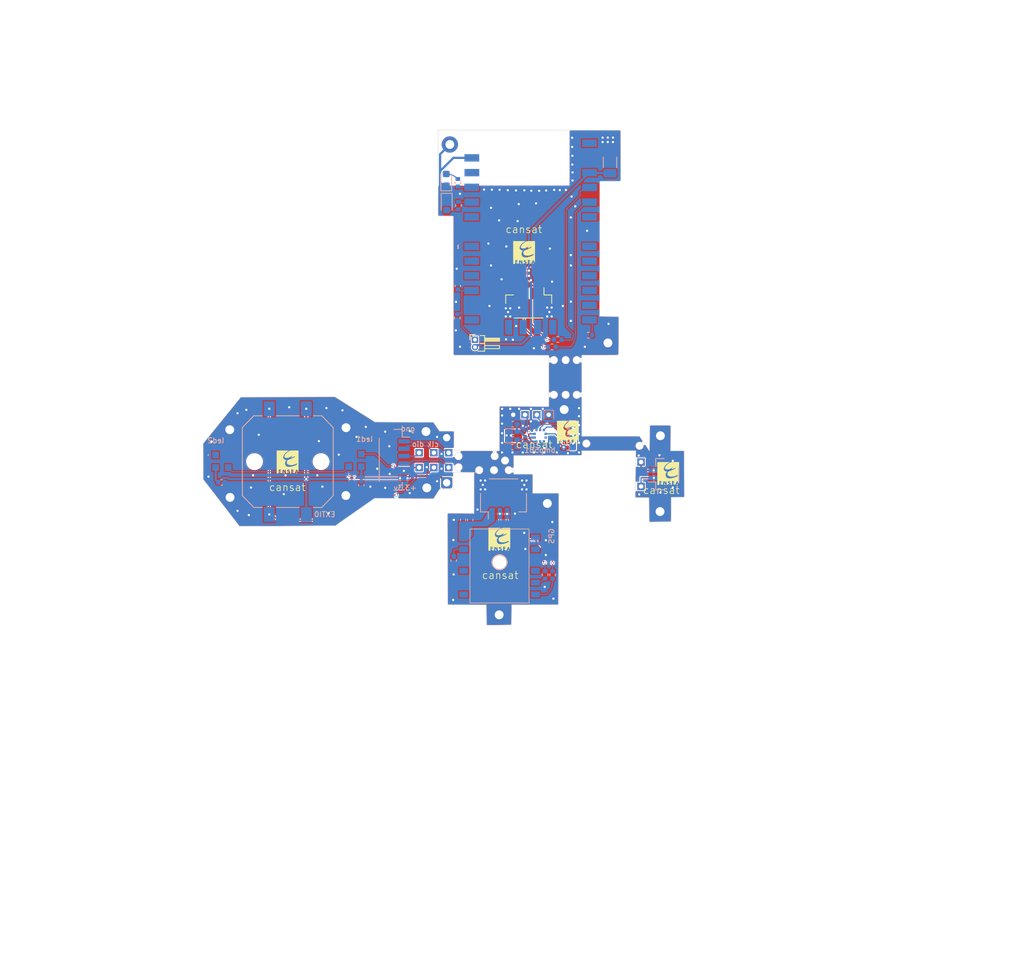
<source format=kicad_pcb>
(kicad_pcb (version 20241229) (generator "pcbnew") (generator_version "9.0")
  (layers (0 "F.Cu" signal) (2 "B.Cu" signal) (13 "F.Paste" user) (15 "B.Paste" user) (5 "F.SilkS" user "F.Silkscreen") (7 "B.SilkS" user "B.Silkscreen") (1 "F.Mask" user) (3 "B.Mask" user) (25 "Edge.Cuts" user))
  (net 0 "")
  (net 1 "GND")
  (net 2 "Net-(PA1010D1-VBACKUP)")
  (net 3 "+3.3V")
  (net 4 "Net-(Tarvos1-MODE_1)")
  (net 5 "Net-(D1-A)")
  (net 6 "Net-(D2-A)")
  (net 7 "swo")
  (net 8 "exti3{slash}pwmled")
  (net 9 "nrst")
  (net 10 "EXTI0")
  (net 11 "swdio")
  (net 12 "exti1")
  (net 13 "swclk")
  (net 14 "Net-(LED1-DOUT)")
  (net 20 "Net-(PA1010D1-TX)")
  (net 21 "Net-(PA1010D1-RX)")
  (net 23 "TX")
  (net 24 "Net-(Tarvos1-UTXD)")
  (net 25 "Net-(Tarvos1-URXD)")
  (net 26 "RX")
  (net 27 "Net-(Tarvos1-BOOT)")
  (net 28 "Net-(Tarvos1-TX_IND)")
  (net 29 "Net-(Tarvos1-RX_IND)")
  (net 30 "RX_GPS")
  (net 31 "TX_GPS")
  (net 49 "Net-(U3-VDD)")
  (net 50 "Net-(U3-VDDIO)")
  (net 51 "Net-(U3-CSB)")
  (net 52 "Net-(U3-SDO)")
  (net 53 "I2C1_SDA")
  (net 54 "I2C1_SCL")
  (footprint "" (layer "F.Cu") (at 121.81 116.59)
    (property "Reference" "")
    (property "Value" "")
  )
  (footprint "custom_testpoint:1.5mm" (layer "F.Cu") (at 124.5 109.8)
    (property "Reference" "REF**" (hide yes))
    (property "Value" "1.5mm" (hide yes))
  )
  (footprint "custom_testpoint:1mm" (layer "F.Cu") (at 124.77 111.84)
    (property "Reference" "REF**3" (hide yes))
    (property "Value" "1mm" (hide yes))
  )
  (footprint "" (layer "F.Cu") (at 95.15 108.72)
    (property "Reference" "")
    (property "Value" "")
  )
  (footprint "logoensea:logo ensea" (layer "F.Cu") (at 131.65 123.5)
    (property "Reference" "G***" (hide yes))
    (property "Value" "LOGO" (hide yes))
  )
  (footprint "custom_testpoint:1mm" (layer "F.Cu") (at 122.77 113.84)
    (property "Reference" "REF**5" (hide yes))
    (property "Value" "1mm" (hide yes))
  )
  (footprint "logoensea:logo ensea" (layer "F.Cu") (at 154.5 114.6)
    (property "Reference" "G***" (hide yes))
    (property "Value" "LOGO" (hide yes))
  )
  (footprint "Connector_JST:JST_SH_BM04B-SRSS-TB_1x04-1MP_P1.00mm_Vertical" (layer "F.Cu") (at 135.6 91.6 180)
    (property "Reference" "J1" (hide yes))
    (property "Value" "Conn_01x04_Socket" (hide yes))
  )
  (footprint "" (layer "F.Cu") (at 135.1 106.7)
    (property "Reference" "")
    (property "Value" "")
  )
  (footprint "" (layer "F.Cu") (at 110.86 117.63)
    (property "Reference" "")
    (property "Value" "")
  )
  (footprint "" (layer "F.Cu") (at 150.8 116.4)
    (property "Reference" "")
    (property "Value" "")
  )
  (footprint "" (layer "F.Cu") (at 121.7 108.97)
    (property "Reference" "")
    (property "Value" "")
  )
  (footprint "" (layer "F.Cu") (at 153.37 119.8 -90)
    (property "Reference" "")
    (property "Value" "")
  )
  (footprint "" (layer "F.Cu") (at 150.8 113.1)
    (property "Reference" "")
    (property "Value" "")
  )
  (footprint "custom hole:mountinghole1.2mm" (layer "F.Cu") (at 124.93 70.128848 -90)
    (property "Reference" "REF**" (hide yes))
    (property "Value" "mountinghole1.2mm" (hide yes))
  )
  (footprint "" (layer "F.Cu") (at 138.1218 118.7018)
    (property "Reference" "")
    (property "Value" "")
  )
  (footprint "" (layer "F.Cu") (at 146.32 96.978848 -90)
    (property "Reference" "")
    (property "Value" "")
  )
  (footprint "logoensea:logo ensea" (layer "F.Cu") (at 140.93 109.02)
    (property "Reference" "G***" (hide yes))
    (property "Value" "LOGO" (hide yes))
  )
  (footprint "logoensea:logo ensea" (layer "F.Cu") (at 103 113.04)
    (property "Reference" "G***" (hide yes))
    (property "Value" "LOGO" (hide yes))
  )
  (footprint "" (layer "F.Cu") (at 110.88 108.45)
    (property "Reference" "")
    (property "Value" "")
  )
  (footprint "logoensea:logo ensea" (layer "F.Cu") (at 135 84.7)
    (property "Reference" "G***" (hide yes))
    (property "Value" "LOGO" (hide yes))
  )
  (footprint "" (layer "F.Cu") (at 133.5 106.7)
    (property "Reference" "")
    (property "Value" "")
  )
  (footprint "" (layer "F.Cu") (at 140.4 106)
    (property "Reference" "")
    (property "Value" "")
  )
  (footprint "" (layer "F.Cu") (at 153.42 109.54 -90)
    (property "Reference" "")
    (property "Value" "")
  )
  (footprint "" (layer "F.Cu") (at 95.19 117.88)
    (property "Reference" "")
    (property "Value" "")
  )
  (footprint "custom_testpoint:1mm" (layer "F.Cu") (at 120.77 111.84)
    (property "Reference" "REF**1" (hide yes))
    (property "Value" "1mm" (hide yes))
  )
  (footprint "Connector_PinHeader_1.00mm:PinHeader_1x02_P1.00mm_Horizontal" (layer "F.Cu") (at 128.33 96.548848)
    (property "Reference" "SW1" (hide yes))
    (property "Value" "SW_Push" (hide yes))
  )
  (footprint "" (layer "F.Cu") (at 131.6018 133.7718)
    (property "Reference" "")
    (property "Value" "")
  )
  (footprint "custom_testpoint:1mm" (layer "F.Cu") (at 120.77 113.84)
    (property "Reference" "REF**4" (hide yes))
    (property "Value" "1mm" (hide yes))
  )
  (footprint "custom_testpoint:1mm" (layer "F.Cu") (at 124.77 113.84)
    (property "Reference" "REF**" (hide yes))
    (property "Value" "1mm" (hide yes))
  )
  (footprint "" (layer "F.Cu") (at 138.3 106.7)
    (property "Reference" "")
    (property "Value" "")
  )
  (footprint "" (layer "F.Cu") (at 136.7 106.7)
    (property "Reference" "")
    (property "Value" "")
  )
  (footprint "custom_testpoint:1mm" (layer "F.Cu") (at 122.77 111.84)
    (property "Reference" "REF**2" (hide yes))
    (property "Value" "1mm" (hide yes))
  )
  (footprint "custom_testpoint:1.5mm" (layer "F.Cu") (at 124.5 115.9)
    (property "Reference" "REF**" (hide yes))
    (property "Value" "1.5mm" (hide yes))
  )
  (footprint "Resistor_SMD:R_0402_1005Metric_Pad0.72x0.64mm_HandSolder" (layer "B.Cu") (at 140.93 109.02)
    (property "Reference" "R25" (hide yes))
    (property "Value" "10k" (hide yes))
  )
  (footprint "Resistor_SMD:R_0402_1005Metric" (layer "B.Cu") (at 137.81 128.36 -90)
    (property "Reference" "R8" (hide yes))
    (property "Value" "470r" (hide yes))
  )
  (footprint "Capacitor_SMD:C_0402_1005Metric" (layer "B.Cu") (at 127.69 120.94 90)
    (property "Reference" "C4" (hide yes))
    (property "Value" "1u" (hide yes))
  )
  (footprint "Capacitor_SMD:C_0402_1005Metric_Pad0.74x0.62mm_HandSolder" (layer "B.Cu") (at 125.45 126.43 -90)
    (property "Reference" "C5" (hide yes))
    (property "Value" "1u" (hide yes))
  )
  (footprint "Resistor_SMD:R_0402_1005Metric" (layer "B.Cu") (at 126.09 78.388848 -90)
    (property "Reference" "R5" (hide yes))
    (property "Value" "220" (hide yes))
  )
  (footprint "pa1010d:PA1010D" (layer "B.Cu") (at 136.65 132.16 180)
    (property "Reference" "PA1010D1" (hide yes))
    (property "Value" "~" (hide yes))
  )
  (footprint "Connector_JST:JST_SH_BM02B-SRSS-TB_1x02-1MP_P1.00mm_Vertical" (layer "B.Cu") (at 153.895 114.74 90)
    (property "Reference" "U2" (hide yes))
    (property "Value" "~" (hide yes))
  )
  (footprint "Resistor_SMD:R_0402_1005Metric_Pad0.72x0.64mm_HandSolder" (layer "B.Cu") (at 133.4125 110.05)
    (property "Reference" "R14" (hide yes))
    (property "Value" "10R" (hide yes))
  )
  (footprint "Capacitor_SMD:C_0402_1005Metric_Pad0.74x0.62mm_HandSolder" (layer "B.Cu") (at 133.4425 107.98 180)
    (property "Reference" "C31" (hide yes))
    (property "Value" "100n" (hide yes))
  )
  (footprint "Capacitor_SMD:C_1206_3216Metric" (layer "B.Cu") (at 146.6 72.545 90)
    (property "Reference" "C1" (hide yes))
    (property "Value" "100u" (hide yes))
  )
  (footprint "Resistor_SMD:R_0402_1005Metric_Pad0.72x0.64mm_HandSolder" (layer "B.Cu") (at 133.4225 108.99)
    (property "Reference" "R13" (hide yes))
    (property "Value" "10R" (hide yes))
  )
  (footprint "Resistor_SMD:R_0402_1005Metric" (layer "B.Cu") (at 138.74 97.518848)
    (property "Reference" "R2" (hide yes))
    (property "Value" "1k" (hide yes))
  )
  (footprint "Capacitor_SMD:C_0402_1005Metric" (layer "B.Cu") (at 94.06 115.86)
    (property "Reference" "C7" (hide yes))
    (property "Value" "100n" (hide yes))
  )
  (footprint "Connector_JST:JST_SH_BM06B-SRSS-TB_1x06-1MP_P1.00mm_Vertical" (layer "B.Cu") (at 117.385 112.79 -90)
    (property "Reference" "U1" (hide yes))
    (property "Value" "~" (hide yes))
  )
  (footprint "Resistor_SMD:R_0402_1005Metric" (layer "B.Cu") (at 138.83 128.37 -90)
    (property "Reference" "R7" (hide yes))
    (property "Value" "470R" (hide yes))
  )
  (footprint "Resistor_SMD:R_0402_1005Metric_Pad0.72x0.64mm_HandSolder" (layer "B.Cu") (at 140.93 107.99)
    (property "Reference" "R26" (hide yes))
    (property "Value" "2.2k" (hide yes))
  )
  (footprint "bmp581:BMP581" (layer "B.Cu") (at 137.15 109.535)
    (property "Reference" "U3" (hide yes))
    (property "Value" "BMP581" (hide yes))
  )
  (footprint "Resistor_SMD:R_0402_1005Metric_Pad0.72x0.64mm_HandSolder" (layer "B.Cu") (at 140.93 111.1 180)
    (property "Reference" "R27" (hide yes))
    (property "Value" "2.2k" (hide yes))
  )
  (footprint "LED_SMD:LED_0603_1608Metric" (layer "B.Cu") (at 124.5 78.221348 -90)
    (property "Reference" "D2" (hide yes))
    (property "Value" "LED_Small" (hide yes))
  )
  (footprint "Resistor_SMD:R_0402_1005Metric_Pad0.72x0.64mm_HandSolder" (layer "B.Cu") (at 140.93 110.05 180)
    (property "Reference" "R23" (hide yes))
    (property "Value" "10k" (hide yes))
  )
  (footprint "Button_Switch_SMD:SW_Push_1P1T_NO_CK_PTS125Sx43PSMTR" (layer "B.Cu") (at 103 113.04 90)
    (property "Reference" "SW2" (hide yes))
    (property "Value" "SW_Push" (hide yes))
  )
  (footprint "Capacitor_SMD:C_0402_1005Metric_Pad0.74x0.62mm_HandSolder" (layer "B.Cu") (at 133.3925 111.08 180)
    (property "Reference" "C23" (hide yes))
    (property "Value" "100n" (hide yes))
  )
  (footprint "led adressable:5871024147F" (layer "B.Cu") (at 112.1 112.87 180)
    (property "Reference" "LED1" (hide yes))
    (property "Value" "587-1024-147F" (hide yes))
  )
  (footprint "LED_SMD:LED_0603_1608Metric" (layer "B.Cu") (at 124.44 74.908848 90)
    (property "Reference" "D1" (hide yes))
    (property "Value" "LED_Small" (hide yes))
  )
  (footprint "Connector_JST:JST_SH_SM04B-SRSS-TB_1x04-1MP_P1.00mm_Horizontal" (layer "B.Cu") (at 132.19 118.06)
    (property "Reference" "J2" (hide yes))
    (property "Value" "Conn_01x04_Socket" (hide yes))
  )
  (footprint "Capacitor_SMD:C_0402_1005Metric" (layer "B.Cu") (at 126.72 120.93 90)
    (property "Reference" "C3" (hide yes))
    (property "Value" "100n" (hide yes))
  )
  (footprint "Resistor_SMD:R_0402_1005Metric" (layer "B.Cu") (at 139.54 96.518848)
    (property "Reference" "R1" (hide yes))
    (property "Value" "1k" (hide yes))
  )
  (footprint "led adressable:5871024147F" (layer "B.Cu") (at 94.09 112.99 90)
    (property "Reference" "LED2" (hide yes))
    (property "Value" "587-1024-147F" (hide yes))
  )
  (footprint "Capacitor_SMD:C_0402_1005Metric" (layer "B.Cu") (at 126 89.268848 90)
    (property "Reference" "C2" (hide yes))
    (property "Value" "10n" (hide yes))
  )
  (footprint "Resistor_SMD:R_0402_1005Metric" (layer "B.Cu") (at 125.94 93.598848 90)
    (property "Reference" "R6" (hide yes))
    (property "Value" "10k" (hide yes))
  )
  (footprint "tarvos:Tarvos III" (layer "B.Cu") (at 118.98 85.778848 -90)
    (property "Reference" "Tarvos1" (hide yes))
    (property "Value" "~")
  )
  (footprint "Resistor_SMD:R_0402_1005Metric" (layer "B.Cu") (at 126.01 75.308848 90)
    (property "Reference" "R4" (hide yes))
    (property "Value" "220" (hide yes))
  )
  (footprint "Resistor_SMD:R_0402_1005Metric" (layer "B.Cu") (at 143.67 95.948848)
    (property "Reference" "R3" (hide yes))
    (property "Value" "220" (hide yes))
  )
  (footprint "Capacitor_SMD:C_0402_1005Metric" (layer "B.Cu") (at 112.95 116.22 -90)
    (property "Reference" "C6" (hide yes))
    (property "Value" "100n" (hide yes))
  )
  (gr_circle (center 142.1 104) (end 142.5 104.3) (stroke (width 0.05)) (fill no) (layer "Edge.Cuts"))
  (gr_circle (center 140.6 104) (end 141 104.3) (stroke (width 0.05)) (fill no) (layer "Edge.Cuts"))
  (gr_circle (center 126.1 113.8) (end 126.5 114.1) (stroke (width 0.05)) (fill no) (layer "Edge.Cuts"))
  (gr_circle (center 140.6 99.3) (end 141 99.6) (stroke (width 0.05)) (fill no) (layer "Edge.Cuts"))
  (gr_circle (center 142.1 99.3) (end 142.5 99.6) (stroke (width 0.05)) (fill no) (layer "Edge.Cuts"))
  (gr_circle (center 130.9 114.2) (end 131.3 114.5) (stroke (width 0.05)) (fill no) (layer "Edge.Cuts"))
  (gr_circle (center 131 112.3) (end 131.4 112.6) (stroke (width 0.05)) (fill no) (layer "Edge.Cuts"))
  (gr_circle (center 126.1 112.3) (end 126.5 112.6) (stroke (width 0.05)) (fill no) (layer "Edge.Cuts"))
  (gr_circle (center 139 104) (end 139.4 104.3) (stroke (width 0.05)) (fill no) (layer "Edge.Cuts"))
  (gr_circle (center 128.9 114.2) (end 129.3 114.5) (stroke (width 0.05)) (fill no) (layer "Edge.Cuts"))
  (gr_circle (center 150.6 110.9) (end 151 111.2) (stroke (width 0.05)) (fill no) (layer "Edge.Cuts"))
  (gr_circle (center 132.9 114.2) (end 133.3 114.5) (stroke (width 0.05)) (fill no) (layer "Edge.Cuts"))
  (gr_poly (pts (xy 129.89 135.19) (xy 133.27 135.15) (xy 133.3 132.42) (xy 139.63 132.42) (xy 139.67 117.29) (xy 136.14 117.31) (xy 136.15 114.72) (xy 133.58 114.72) (xy 133.58 112.23) (xy 142.78 112.20885) (xy 142.78 111.579359) (xy 150.07 111.57) (xy 150.01 117.91) (xy 151.86 117.92) (xy 151.89 121.23) (xy 154.87 121.18) (xy 154.9 117.89) (xy 156.68 117.87) (xy 156.65 111.55) (xy 154.8 111.56) (xy 154.82 108.13) (xy 151.96 108.13) (xy 151.93 111.56) (xy 150.6 109.6) (xy 142.8 109.6) (xy 142.8 98.65) (xy 147.76 98.63) (xy 147.8 93.41) (xy 145.2 93.38) (xy 145.24 75.13) (xy 148.06 75.1) (xy 148.04 68.18) (xy 123.34 68.18) (xy 123.32 79.81) (xy 125.4 79.83) (xy 125.41 98.65) (xy 138.31 98.68) (xy 138.31 105.583591) (xy 131.63 105.55063) (xy 131.63 111.57) (xy 125.5 111.57) (xy 125.5 108.9) (xy 123.531008 108.9) (xy 122.71 107.71) (xy 114.8 107.67) (xy 109.39 104.27) (xy 96.64 104.3) (xy 91.53 110.6) (xy 91.54 115.44) (xy 96.47 121.81) (xy 109.44 121.73) (xy 114.75 118.03) (xy 122.74 118.06) (xy 123.536765 116.8) (xy 125.4 116.8) (xy 125.4 114.5) (xy 128.19 114.52) (xy 128.19 120.05) (xy 124.6 120.02) (xy 124.62 132.42) (xy 129.86 132.44)) (stroke (width 0.05)) (fill no) (layer "Edge.Cuts"))
  (gr_circle (center 143.4 110.6) (end 143.8 110.9) (stroke (width 0.05)) (fill no) (layer "Edge.Cuts"))
  (gr_circle (center 132.4 112.9) (end 132.8 113.2) (stroke (width 0.05)) (fill no) (layer "Edge.Cuts"))
  (gr_circle (center 139 99.3) (end 139.4 99.6) (stroke (width 0.05)) (fill no) (layer "Edge.Cuts"))
  (gr_text "cansat " (at 151 117.5 0) (layer "F.SilkS") (effects (font (size 1 1) (thickness 0.1)) (justify left bottom)))
  (gr_text "cansat " (at 129.2 129 0) (layer "F.SilkS") (effects (font (size 1 1) (thickness 0.1)) (justify left bottom)))
  (gr_text "cansat " (at 132.4 82.2 0) (layer "F.SilkS") (effects (font (size 1 1) (thickness 0.1)) (justify left bottom)))
  (gr_text "cansat " (at 100.4 117.1 0) (layer "F.SilkS") (effects (font (size 1 1) (thickness 0.1)) (justify left bottom)))
  (gr_text "cansat " (at 133.8 111.3 0) (layer "F.SilkS") (effects (font (size 1 1) (thickness 0.1)) (justify left bottom)))
  (gr_text "bmp581" (at 139.3 111.9 0) (layer "B.SilkS") (effects (font (size 0.7 0.7) (thickness 0.125) (bold yes)) (justify left bottom mirror)))
  (gr_text "led1" (at 114.6 110.4 0) (layer "B.SilkS") (effects (font (size 0.7 0.7) (thickness 0.125) (bold yes)) (justify left bottom mirror)))
  (gr_text "EXTI0" (at 109.5 120.6 0) (layer "B.SilkS") (effects (font (size 0.7 0.7) (thickness 0.125) (bold yes)) (justify left bottom mirror)))
  (gr_text "led2" (at 94.5 110.6 0) (layer "B.SilkS") (effects (font (size 0.7 0.7) (thickness 0.125) (bold yes)) (justify left bottom mirror)))
  (gr_text "+3.3v" (at 120.5 117 0) (layer "B.SilkS") (effects (font (size 0.7 0.7) (thickness 0.125) (bold yes)) (justify left bottom mirror)))
  (gr_text "GPS" (at 139.1 122 90) (layer "B.SilkS") (effects (font (size 0.7 0.7) (thickness 0.125) (bold yes)) (justify left bottom mirror)))
  (gr_text "clk" (at 123.5 111.1 0) (layer "B.SilkS") (effects (font (size 0.7 0.7) (thickness 0.125) (bold yes)) (justify left bottom mirror)))
  (gr_text "dio" (at 121.5 111.1 0) (layer "B.SilkS") (effects (font (size 0.7 0.7) (thickness 0.125) (bold yes)) (justify left bottom mirror)))
  (gr_text "gnd" (at 120.3 109 0) (layer "B.SilkS") (effects (font (size 0.7 0.7) (thickness 0.125) (bold yes)) (justify left bottom mirror)))
  (via (at 132.77 76.308848) (size 0.4) (drill 0.3) (layers "F.Cu" "B.Cu") (net 1))
  (via (at 146.4 94.4) (size 0.4) (drill 0.3) (layers "F.Cu" "B.Cu") (net 1))
  (via (at 141.3 91.4) (size 0.4) (drill 0.3) (layers "F.Cu" "B.Cu") (net 1))
  (via (at 135.9 105.9) (size 0.4) (drill 0.3) (layers "F.Cu" "B.Cu") (net 1))
  (via (at 134.8 108.2) (size 0.4) (drill 0.3) (layers "F.Cu" "B.Cu") (net 1))
  (via (at 96.2 119.7) (size 0.4) (drill 0.3) (layers "F.Cu" "B.Cu") (net 1))
  (via (at 135 116.2) (size 0.4) (drill 0.3) (layers "F.Cu" "B.Cu") (net 1))
  (via (at 147 69.2) (size 0.4) (drill 0.3) (layers "F.Cu" "B.Cu") (net 1))
  (via (at 141.5 72.848848) (size 0.4) (drill 0.3) (layers "F.Cu" "B.Cu") (net 1))
  (via (at 98.3 114.9) (size 0.4) (drill 0.3) (layers "F.Cu" "B.Cu") (net 1))
  (via (at 133.1 105.9) (size 0.4) (drill 0.3) (layers "F.Cu" "B.Cu") (net 1))
  (via (at 133.1 92.3) (size 0.4) (drill 0.3) (layers "F.Cu" "B.Cu") (net 1))
  (via (at 136.3 97.7) (size 0.4) (drill 0.3) (layers "F.Cu" "B.Cu") (net 1))
  (via (at 133.9 94.7) (size 0.4) (drill 0.3) (layers "F.Cu" "B.Cu") (net 1))
  (via (at 132.5 93.4) (size 0.4) (drill 0.3) (layers "F.Cu" "B.Cu") (net 1))
  (via (at 142.4 106.9) (size 0.4) (drill 0.3) (layers "F.Cu" "B.Cu") (net 1))
  (via (at 141.9 78.5) (size 0.4) (drill 0.3) (layers "F.Cu" "B.Cu") (net 1))
  (via (at 135.95 76.388848) (size 0.4) (drill 0.3) (layers "F.Cu" "B.Cu") (net 1))
  (via (at 129.7 115.6) (size 0.4) (drill 0.3) (layers "F.Cu" "B.Cu") (net 1))
  (via (at 133.74 120.08) (size 0.4) (drill 0.3) (layers "F.Cu" "B.Cu") (net 1))
  (via (at 138.1 92.2) (size 0.4) (drill 0.3) (layers "F.Cu" "B.Cu") (net 1))
  (via (at 143.2 97.5) (size 0.4) (drill 0.3) (layers "F.Cu" "B.Cu") (net 1))
  (via (at 123.2 115.7) (size 0.4) (drill 0.3) (layers "F.Cu" "B.Cu") (net 1))
  (via (at 129.1 116.8) (size 0.4) (drill 0.3) (layers "F.Cu" "B.Cu") (net 1))
  (via (at 125.4418 128.3118) (size 0.4) (drill 0.3) (layers "F.Cu" "B.Cu") (net 1))
  (via (at 137.008766 76.402423) (size 0.4) (drill 0.3) (layers "F.Cu" "B.Cu") (net 1))
  (via (at 143.5 81.8) (size 0.4) (drill 0.3) (layers "F.Cu" "B.Cu") (net 1))
  (via (at 129.7 116.8) (size 0.4) (drill 0.3) (layers "F.Cu" "B.Cu") (net 1))
  (via (at 136.6 78.1) (size 0.4) (drill 0.3) (layers "F.Cu" "B.Cu") (net 1))
  (via (at 130.62 76.248848) (size 0.4) (drill 0.3) (layers "F.Cu" "B.Cu") (net 1))
  (via (at 132.57169 83.931534) (size 0.4) (drill 0.3) (layers "F.Cu" "B.Cu") (net 1))
  (via (at 141.3 94) (size 0.4) (drill 0.3) (layers "F.Cu" "B.Cu") (net 1))
  (via (at 132 109.2) (size 0.4) (drill 0.3) (layers "F.Cu" "B.Cu") (net 1))
  (via (at 142.4 111.8) (size 0.4) (drill 0.3) (layers "F.Cu" "B.Cu") (net 1))
  (via (at 133.1 93.4) (size 0.4) (drill 0.3) (layers "F.Cu" "B.Cu") (net 1))
  (via (at 125.3718 131.7518) (size 0.4) (drill 0.3) (layers "F.Cu" "B.Cu") (net 1))
  (via (at 136.3 111.8) (size 0.4) (drill 0.3) (layers "F.Cu" "B.Cu") (net 1))
  (via (at 150.48 112.21) (size 0.4) (drill 0.3) (layers "F.Cu" "B.Cu") (net 1))
  (via (at 134.8 111.8) (size 0.4) (drill 0.3) (layers "F.Cu" "B.Cu") (net 1))
  (via (at 130.29 91.978848) (size 0.4) (drill 0.3) (layers "F.Cu" "B.Cu") (net 1))
  (via (at 113.55 108.34) (size 0.4) (drill 0.3) (layers "F.Cu" "B.Cu") (net 1))
  (via (at 123.8 112) (size 0.4) (drill 0.3) (layers "F.Cu" "B.Cu") (net 1))
  (via (at 125.74 95.278848) (size 0.4) (drill 0.3) (layers "F.Cu" "B.Cu") (net 1))
  (via (at 133.46 96.548848) (size 0.4) (drill 0.3) (layers "F.Cu" "B.Cu") (net 1))
  (via (at 153.43 117.22) (size 0.4) (drill 0.3) (layers "F.Cu" "B.Cu") (net 1))
  (via (at 123.2 109.7) (size 0.4) (drill 0.3) (layers "F.Cu" "B.Cu") (net 1))
  (via (at 141.3 80) (size 0.4) (drill 0.3) (layers "F.Cu" "B.Cu") (net 1))
  (via (at 147 69.8) (size 0.4) (drill 0.3) (layers "F.Cu" "B.Cu") (net 1))
  (via (at 125.76 91.428848) (size 0.4) (drill 0.3) (layers "F.Cu" "B.Cu") (net 1))
  (via (at 129.39 116.185) (size 0.4) (drill 0.3) (layers "F.Cu" "B.Cu") (net 1))
  (via (at 131.927639 88.368333) (size 0.4) (drill 0.3) (layers "F.Cu" "B.Cu") (net 1))
  (via (at 134.3 92.2) (size 0.4) (drill 0.3) (layers "F.Cu" "B.Cu") (net 1))
  (via (at 92.27 115.07) (size 0.4) (drill 0.3) (layers "F.Cu" "B.Cu") (net 1))
  (via (at 140.22 91.978848) (size 0.4) (drill 0.3) (layers "F.Cu" "B.Cu") (net 1))
  (via (at 142.4 105.8) (size 0.4) (drill 0.3) (layers "F.Cu" "B.Cu") (net 1))
  (via (at 134.7 116.8) (size 0.4) (drill 0.3) (layers "F.Cu" "B.Cu") (net 1))
  (via (at 155.095 112.94) (size 0.4) (drill 0.3) (layers "F.Cu" "B.Cu") (net 1))
  (via (at 130.15 83.538848) (size 0.4) (drill 0.3) (layers "F.Cu" "B.Cu") (net 1))
  (via (at 116.74 110.96) (size 0.4) (drill 0.3) (layers "F.Cu" "B.Cu") (net 1))
  (via (at 133.4 111.8) (size 0.4) (drill 0.3) (layers "F.Cu" "B.Cu") (net 1))
  (via (at 92.7 110.32) (size 0.4) (drill 0.3) (layers "F.Cu" "B.Cu") (net 1))
  (via (at 116.79 114.71) (size 0.4) (drill 0.3) (layers "F.Cu" "B.Cu") (net 1))
  (via (at 137.9218 123.6818) (size 0.4) (drill 0.3) (layers "F.Cu" "B.Cu") (net 1))
  (via (at 99.07 109.41) (size 0.4) (drill 0.3) (layers "F.Cu" "B.Cu") (net 1))
  (via (at 97.73 120.27) (size 0.4) (drill 0.3) (layers "F.Cu" "B.Cu") (net 1))
  (via (at 132.8 92.8) (size 0.4) (drill 0.3) (layers "F.Cu" "B.Cu") (net 1))
  (via (at 119.5 117.3) (size 0.4) (drill 0.3) (layers "F.Cu" "B.Cu") (net 1))
  (via (at 142.4 108.1) (size 0.4) (drill 0.3) (layers "F.Cu" "B.Cu") (net 1))
  (via (at 137.96 76.358848) (size 0.4) (drill 0.3) (layers "F.Cu" "B.Cu") (net 1))
  (via (at 131.66 76.258848) (size 0.4) (drill 0.3) (layers "F.Cu" "B.Cu") (net 1))
  (via (at 150.55 117.48) (size 0.4) (drill 0.3) (layers "F.Cu" "B.Cu") (net 1))
  (via (at 115.1 114) (size 0.4) (drill 0.3) (layers "F.Cu" "B.Cu") (net 1))
  (via (at 135.1518 124.8618) (size 0.4) (drill 0.3) (layers "F.Cu" "B.Cu") (net 1))
  (via (at 138.1 93.4) (size 0.4) (drill 0.3) (layers "F.Cu" "B.Cu") (net 1))
  (via (at 134.9918 122.6818) (size 0.4) (drill 0.3) (layers "F.Cu" "B.Cu") (net 1))
  (via (at 138.4 92.8) (size 0.4) (drill 0.3) (layers "F.Cu" "B.Cu") (net 1))
  (via (at 128.67 119.53) (size 0.4) (drill 0.3) (layers "F.Cu" "B.Cu") (net 1))
  (via (at 103.2 105.69) (size 0.4) (drill 0.3) (layers "F.Cu" "B.Cu") (net 1))
  (via (at 96.2 106.5) (size 0.4) (drill 0.3) (layers "F.Cu" "B.Cu") (net 1))
  (via (at 137.9118 125.6818) (size 0.4) (drill 0.3) (layers "F.Cu" "B.Cu") (net 1))
  (via (at 145.6 69.2) (size 0.4) (drill 0.3) (layers "F.Cu" "B.Cu") (net 1))
  (via (at 97.39 106.04) (size 0.4) (drill 0.3) (layers "F.Cu" "B.Cu") (net 1))
  (via (at 138.9418 131.5818) (size 0.4) (drill 0.3) (layers "F.Cu" "B.Cu") (net 1))
  (via (at 116.185 116.59) (size 0.4) (drill 0.3) (layers "F.Cu" "B.Cu") (net 1))
  (via (at 138.7 92.2) (size 0.4) (drill 0.3) (layers "F.Cu" "B.Cu") (net 1))
  (via (at 134.7 115.6) (size 0.4) (drill 0.3) (layers "F.Cu" "B.Cu") (net 1))
  (via (at 126.3 76.8) (size 0.4) (drill 0.3) (layers "F.Cu" "B.Cu") (net 1))
  (via (at 134.1 80.5) (size 0.4) (drill 0.3) (layers "F.Cu" "B.Cu") (net 1))
  (via (at 112.3 109.7) (size 0.4) (drill 0.3) (layers "F.Cu" "B.Cu") (net 1))
  (via (at 102.46 117.44) (size 0.4) (drill 0.3) (layers "F.Cu" "B.Cu") (net 1))
  (via (at 110.4 106.1) (size 0.4) (drill 0.3) (layers "F.Cu" "B.Cu") (net 1))
  (via (at 137.7 111.2) (size 0.4) (drill 0.3) (layers "F.Cu" "B.Cu") (net 1))
  (via (at 140.63 76.278848) (size 0.4) (drill 0.3) (layers "F.Cu" "B.Cu") (net 1))
  (via (at 119.5 108.9) (size 0.4) (drill 0.3) (layers "F.Cu" "B.Cu") (net 1))
  (via (at 141.48 70.458848) (size 0.4) (drill 0.3) (layers "F.Cu" "B.Cu") (net 1))
  (via (at 137.7618 129.9918) (size 0.4) (drill 0.3) (layers "F.Cu" "B.Cu") (net 1))
  (via (at 132 110.5) (size 0.4) (drill 0.3) (layers "F.Cu" "B.Cu") (net 1))
  (via (at 139.04 76.278848) (size 0.4) (drill 0.3) (layers "F.Cu" "B.Cu") (net 1))
  (via (at 132.53 96.498848) (size 0.4) (drill 0.3) (layers "F.Cu" "B.Cu") (net 1))
  (via (at 138.475495 84.217779) (size 0.4) (drill 0.3) (layers "F.Cu" "B.Cu") (net 1))
  (via (at 125.86 86.938848) (size 0.4) (drill 0.3) (layers "F.Cu" "B.Cu") (net 1))
  (via (at 141.51 71.658848) (size 0.4) (drill 0.3) (layers "F.Cu" "B.Cu") (net 1))
  (via (at 130.5 78.7) (size 0.4) (drill 0.3) (layers "F.Cu" "B.Cu") (net 1))
  (via (at 138.76174 88.690359) (size 0.4) (drill 0.3) (layers "F.Cu" "B.Cu") (net 1))
  (via (at 107 114.9) (size 0.4) (drill 0.3) (layers "F.Cu" "B.Cu") (net 1))
  (via (at 133.88 76.348848) (size 0.4) (drill 0.3) (layers "F.Cu" "B.Cu") (net 1))
  (via (at 135.3 115.6) (size 0.4) (drill 0.3) (layers "F.Cu" "B.Cu") (net 1))
  (via (at 107.2 110.27) (size 0.4) (drill 0.3) (layers "F.Cu" "B.Cu") (net 1))
  (via (at 146.3 69.8) (size 0.4) (drill 0.3) (layers "F.Cu" "B.Cu") (net 1))
  (via (at 109.9 112.1) (size 0.4) (drill 0.3) (layers "F.Cu" "B.Cu") (net 1))
  (via (at 139.4 111.8) (size 0.4) (drill 0.3) (layers "F.Cu" "B.Cu") (net 1))
  (via (at 118.71 114.29) (size 0.4) (drill 0.3) (layers "F.Cu" "B.Cu") (net 1))
  (via (at 107.68 116.43) (size 0.4) (drill 0.3) (layers "F.Cu" "B.Cu") (net 1))
  (via (at 129.56 76.228848) (size 0.4) (drill 0.3) (layers "F.Cu" "B.Cu") (net 1))
  (via (at 138.7 93.4) (size 0.4) (drill 0.3) (layers "F.Cu" "B.Cu") (net 1))
  (via (at 134.3 105.9) (size 0.4) (drill 0.3) (layers "F.Cu" "B.Cu") (net 1))
  (via (at 114.17 116.43) (size 0.4) (drill 0.3) (layers "F.Cu" "B.Cu") (net 1))
  (via (at 125.4118 123.6518) (size 0.4) (drill 0.3) (layers "F.Cu" "B.Cu") (net 1))
  (via (at 137.5 105.9) (size 0.4) (drill 0.3) (layers "F.Cu" "B.Cu") (net 1))
  (via (at 108.52 120.03) (size 0.4) (drill 0.3) (layers "F.Cu" "B.Cu") (net 1))
  (via (at 108.23 105.8) (size 0.4) (drill 0.3) (layers "F.Cu" "B.Cu") (net 1))
  (via (at 130.5 86.5) (size 0.4) (drill 0.3) (layers "F.Cu" "B.Cu") (net 1))
  (via (at 142.4 110.5) (size 0.4) (drill 0.3) (layers "F.Cu" "B.Cu") (net 1))
  (via (at 135.9 107.6) (size 0.4) (drill 0.3) (layers "F.Cu" "B.Cu") (net 1))
  (via (at 155.095 116.54) (size 0.4) (drill 0.3) (layers "F.Cu" "B.Cu") (net 1))
  (via (at 135.3 116.8) (size 0.4) (drill 0.3) (layers "F.Cu" "B.Cu") (net 1))
  (via (at 123.8 114) (size 0.4) (drill 0.3) (layers "F.Cu" "B.Cu") (net 1))
  (via (at 132 105.9) (size 0.4) (drill 0.3) (layers "F.Cu" "B.Cu") (net 1))
  (via (at 141.3 85.1) (size 0.4) (drill 0.3) (layers "F.Cu" "B.Cu") (net 1))
  (via (at 102.7 114.9) (size 0.4) (drill 0.3) (layers "F.Cu" "B.Cu") (net 1))
  (via (at 132.5 92.3) (size 0.4) (drill 0.3) (layers "F.Cu" "B.Cu") (net 1))
  (via (at 98.02 116.55) (size 0.4) (drill 0.3) (layers "F.Cu" "B.Cu") (net 1))
  (via (at 129.1 115.6) (size 0.4) (drill 0.3) (layers "F.Cu" "B.Cu") (net 1))
  (via (at 139.81 76.308848) (size 0.4) (drill 0.3) (layers "F.Cu" "B.Cu") (net 1))
  (via (at 140.9 111.9) (size 0.4) (drill 0.3) (layers "F.Cu" "B.Cu") (net 1))
  (via (at 132 107.9) (size 0.4) (drill 0.3) (layers "F.Cu" "B.Cu") (net 1))
  (via (at 141.4 77.178848) (size 0.4) (drill 0.3) (layers "F.Cu" "B.Cu") (net 1))
  (via (at 131.6 80.4) (size 0.4) (drill 0.3) (layers "F.Cu" "B.Cu") (net 1))
  (via (at 137.7 111.8) (size 0.4) (drill 0.3) (layers "F.Cu" "B.Cu") (net 1))
  (via (at 116.185 108.99) (size 0.4) (drill 0.3) (layers "F.Cu" "B.Cu") (net 1))
  (via (at 126.3 97.5) (size 0.4) (drill 0.3) (layers "F.Cu" "B.Cu") (net 1))
  (via (at 132 111.8) (size 0.4) (drill 0.3) (layers "F.Cu" "B.Cu") (net 1))
  (via (at 135.01 76.328848) (size 0.4) (drill 0.3) (layers "F.Cu" "B.Cu") (net 1))
  (via (at 141.53 73.908848) (size 0.4) (drill 0.3) (layers "F.Cu" "B.Cu") (net 1))
  (via (at 125.4618 120.9218) (size 0.4) (drill 0.3) (layers "F.Cu" "B.Cu") (net 1))
  (via (at 134.25 78.198848) (size 0.4) (drill 0.3) (layers "F.Cu" "B.Cu") (net 1))
  (via (at 141.53 74.998848) (size 0.4) (drill 0.3) (layers "F.Cu" "B.Cu") (net 1))
  (via (at 121.8 113.8) (size 0.4) (drill 0.3) (layers "F.Cu" "B.Cu") (net 1))
  (via (at 145.6 69.8) (size 0.4) (drill 0.3) (layers "F.Cu" "B.Cu") (net 1))
  (via (at 132 106.8) (size 0.4) (drill 0.3) (layers "F.Cu" "B.Cu") (net 1))
  (via (at 138.7918 121.2118) (size 0.4) (drill 0.3) (layers "F.Cu" "B.Cu") (net 1))
  (via (at 141.48 69.218848) (size 0.4) (drill 0.3) (layers "F.Cu" "B.Cu") (net 1))
  (via (at 141.3 86.5) (size 0.4) (drill 0.3) (layers "F.Cu" "B.Cu") (net 1))
  (via (at 142.4 109.3) (size 0.4) (drill 0.3) (layers "F.Cu" "B.Cu") (net 1))
  (via (at 146.3 69.2) (size 0.4) (drill 0.3) (layers "F.Cu" "B.Cu") (net 1))
  (via (at 153.29 112.18) (size 0.4) (drill 0.3) (layers "F.Cu" "B.Cu") (net 1))
  (segment (start 137.65 110.65) (end 137.65 110.31) (width 0.3) (layer "B.Cu") (net 1))
  (segment (start 123.61 76.208848) (end 123.67 76.268848) (width 0.3) (layer "B.Cu") (net 1))
  (segment (start 127.9 71.938848) (end 125.407814 71.938848) (width 0.3) (layer "B.Cu") (net 1))
  (segment (start 124.44 75.696348) (end 124.0575 75.696348) (width 0.3) (layer "B.Cu") (net 1))
  (segment (start 136.65 108.35) (end 135.9 107.6) (width 0.3) (layer "B.Cu") (net 1))
  (segment (start 123.61 73.736662) (end 123.61 71.448848) (width 0.3) (layer "B.Cu") (net 1))
  (segment (start 137.7 111.2) (end 137.7 110.7) (width 0.3) (layer "B.Cu") (net 1))
  (segment (start 137.65 110.51) (end 137.65 110.31) (width 0.3) (layer "B.Cu") (net 1))
  (segment (start 123.61 73.736662) (end 123.61 75.248848) (width 0.3) (layer "B.Cu") (net 1))
  (segment (start 124.0575 75.696348) (end 123.61 75.248848) (width 0.3) (layer "B.Cu") (net 1))
  (segment (start 137.15 110.31) (end 137.15 110.55) (width 0.3) (layer "B.Cu") (net 1))
  (segment (start 123.61 71.448848) (end 124.93 70.128848) (width 0.3) (layer "B.Cu") (net 1))
  (segment (start 137.15 110.55) (end 137.2 110.6) (width 0.3) (layer "B.Cu") (net 1))
  (segment (start 125.407814 71.938848) (end 123.61 73.736662) (width 0.3) (layer "B.Cu") (net 1))
  (segment (start 137.7 110.7) (end 137.65 110.65) (width 0.3) (layer "B.Cu") (net 1))
  (segment (start 123.61 75.248848) (end 123.61 76.208848) (width 0.3) (layer "B.Cu") (net 1))
  (segment (start 137.2 110.6) (end 137.56 110.6) (width 0.3) (layer "B.Cu") (net 1))
  (segment (start 137.56 110.6) (end 137.65 110.51) (width 0.3) (layer "B.Cu") (net 1))
  (segment (start 136.65 108.76) (end 136.65 108.35) (width 0.3) (layer "B.Cu") (net 1))
  (segment (start 125.45 125.8625) (end 125.45 125.07) (width 0.15) (layer "B.Cu") (net 2))
  (segment (start 125.836274 124.91) (end 126.8 124.91) (width 0.15) (layer "B.Cu") (net 2))
  (arc (start 125.45 125.07) (mid 125.627224 124.951583) (end 125.836274 124.91) (width 0.15) (layer "B.Cu") (net 2))
  (segment (start 119.2 115.3) (end 118.2 115.3) (width 0.3) (layer "F.Cu") (net 3))
  (segment (start 123.6 115) (end 119.5 115) (width 0.3) (layer "F.Cu") (net 3))
  (segment (start 119.5 115) (end 119.2 115.3) (width 0.3) (layer "F.Cu") (net 3))
  (segment (start 150.94 114.24) (end 150.8 114.1) (width 0.2) (layer "F.Cu") (net 3))
  (segment (start 124.5 115.9) (end 123.6 115) (width 0.3) (layer "F.Cu") (net 3))
  (segment (start 150.8 114.1) (end 150.8 113.1) (width 0.2) (layer "F.Cu") (net 3))
  (segment (start 111.29 115.22) (end 112.02 115.22) (width 0.3) (layer "F.Cu") (net 3))
  (segment (start 112.1 115.3) (end 112.02 115.22) (width 0.2) (layer "F.Cu") (net 3))
  (segment (start 152.51 114.24) (end 150.94 114.24) (width 0.2) (layer "F.Cu") (net 3))
  (segment (start 105.5 115.4) (end 105.5 105.89) (width 0.3) (layer "F.Cu") (net 3))
  (segment (start 118.2 115.3) (end 112.1 115.3) (width 0.2) (layer "F.Cu") (net 3))
  (via (at 141.6 108.5) (size 0.4) (drill 0.3) (layers "F.Cu" "B.Cu") (net 3))
  (via (at 119.2 115.3) (size 0.4) (drill 0.3) (layers "F.Cu" "B.Cu") (net 3))
  (via (at 135.9 88.5) (size 0.4) (drill 0.3) (layers "F.Cu" "B.Cu") (net 3))
  (via (at 135.64 87.9) (size 0.4) (drill 0.3) (layers "F.Cu" "B.Cu") (net 3))
  (via (at 135.64 87.2) (size 0.4) (drill 0.3) (layers "F.Cu" "B.Cu") (net 3))
  (via (at 118.2 115.3) (size 0.4) (drill 0.3) (layers "F.Cu" "B.Cu") (net 3))
  (via (at 152.51 114.24) (size 0.4) (drill 0.3) (layers "F.Cu" "B.Cu") (net 3))
  (via (at 111.29 115.22) (size 0.4) (drill 0.3) (layers "F.Cu" "B.Cu") (net 3))
  (via (at 105.5 105.89) (size 0.4) (drill 0.3) (layers "F.Cu" "B.Cu") (net 3))
  (via (at 133.2 109.5) (size 0.4) (drill 0.3) (layers "F.Cu" "B.Cu") (net 3))
  (via (at 105.5 115.4) (size 0.4) (drill 0.3) (layers "F.Cu" "B.Cu") (net 3))
  (via (at 112.02 115.22) (size 0.4) (drill 0.3) (layers "F.Cu" "B.Cu") (net 3))
  (via (at 141.6 109.5) (size 0.4) (drill 0.3) (layers "F.Cu" "B.Cu") (net 3))
  (via (at 141.6 110.6) (size 0.4) (drill 0.3) (layers "F.Cu" "B.Cu") (net 3))
  (via (at 132.6 109.5) (size 0.4) (drill 0.3) (layers "F.Cu" "B.Cu") (net 3))
  (segment (start 112.95 114.85) (end 113.4 115.3) (width 0.3) (layer "B.Cu") (net 3))
  (segment (start 135.9 95.878848) (end 135.9 88.5) (width 0.3) (layer "B.Cu") (net 3))
  (segment (start 105.5 115.22) (end 105.5 120.13) (width 0.3) (layer "B.Cu") (net 3))
  (segment (start 135.9 88.5) (end 135.9 88.16) (width 0.3) (layer "B.Cu") (net 3))
  (segment (start 128.604 97.274848) (end 129.056 97.274848) (width 0.3) (layer "B.Cu") (net 3))
  (segment (start 129.056 97.274848) (end 129.056 97.1) (width 0.3) (layer "B.Cu") (net 3))
  (segment (start 94.21345 115.249) (end 94.06245 115.4) (width 0.3) (layer "B.Cu") (net 3))
  (segment (start 112.95 113.72) (end 112.95 114.79) (width 0.3) (layer "B.Cu") (net 3))
  (segment (start 128.33 97.548848) (end 128.604 97.274848) (width 0.3) (layer "B.Cu") (net 3))
  (segment (start 105.5 120.13) (end 105.5 120.19) (width 0.3) (layer "B.Cu") (net 3))
  (segment (start 143.8775 73.986348) (end 143.83 73.938848) (width 0.3) (layer "B.Cu") (net 3))
  (segment (start 113.41 115.29) (end 118.71 115.29) (width 0.3) (layer "B.Cu") (net 3))
  (segment (start 135.9 88.16) (end 135.64 87.9) (width 0.3) (layer "B.Cu") (net 3))
  (segment (start 105.68 115.4) (end 105.5 115.22) (width 0.3) (layer "B.Cu") (net 3))
  (segment (start 95.01755 115.4) (end 94.86655 115.249) (width 0.3) (layer "B.Cu") (net 3))
  (segment (start 135.64 87.2) (end 135.64 82.058848) (width 0.3) (layer "B.Cu") (net 3))
  (segment (start 145.86 73.986348) (end 143.8775 73.986348) (width 0.3) (layer "B.Cu") (net 3))
  (segment (start 105.5 115.4) (end 105.5 115.22) (width 0.3) (layer "B.Cu") (net 3))
  (segment (start 135.64 87.9) (end 135.64 87.2) (width 0.3) (layer "B.Cu") (net 3))
  (segment (start 112.95 114.79) (end 112.95 114.85) (width 0.3) (layer "B.Cu") (net 3))
  (segment (start 134.678848 97.1) (end 135.9 95.878848) (width 0.3) (layer "B.Cu") (net 3))
  (segment (start 94.04 115.4) (end 93.58 115.86) (width 0.3) (layer "B.Cu") (net 3))
  (segment (start 112.95 114.79) (end 112.52 115.22) (width 0.3) (layer "B.Cu") (net 3))
  (segment (start 112.95 115.74) (end 112.95 114.79) (width 0.3) (layer "B.Cu") (net 3))
  (segment (start 143.76 73.938848) (end 143.83 73.938848) (width 0.3) (layer "B.Cu") (net 3))
  (segment (start 105.5 115.4) (end 95.01755 115.4) (width 0.3) (layer "B.Cu") (net 3))
  (segment (start 152.57 114.24) (end 152.51 114.24) (width 0.2) (layer "B.Cu") (net 3))
  (segment (start 129.056 97.1) (end 134.678848 97.1) (width 0.3) (layer "B.Cu") (net 3))
  (segment (start 93.24 115.52) (end 93.58 115.86) (width 0.3) (layer "B.Cu") (net 3))
  (segment (start 94.06245 115.4) (end 94.04 115.4) (width 0.3) (layer "B.Cu") (net 3))
  (segment (start 113.4 115.3) (end 113.41 115.29) (width 0.3) (layer "B.Cu") (net 3))
  (segment (start 93.24 113.84) (end 93.24 115.52) (width 0.3) (layer "B.Cu") (net 3))
  (segment (start 135.64 82.058848) (end 143.76 73.938848) (width 0.3) (layer "B.Cu") (net 3))
  (segment (start 94.86655 115.249) (end 94.21345 115.249) (width 0.3) (layer "B.Cu") (net 3))
  (segment (start 112.52 115.22) (end 112.02 115.22) (width 0.3) (layer "B.Cu") (net 3))
  (segment (start 111.29 115.22) (end 111.11 115.4) (width 0.3) (layer "B.Cu") (net 3))
  (segment (start 111.11 115.4) (end 105.68 115.4) (width 0.3) (layer "B.Cu") (net 3))
  (segment (start 126.015847 89.733001) (end 126.105481 89.733001) (width 0.15) (layer "B.Cu") (net 4))
  (segment (start 126.55 92.798848) (end 126.55 94.768848) (width 0.15) (layer "B.Cu") (net 4))
  (segment (start 126 89.748848) (end 126.015847 89.733001) (width 0.15) (layer "B.Cu") (net 4))
  (segment (start 125.94 93.088848) (end 125.962777 93.066071) (width 0.15) (layer "B.Cu") (net 4))
  (segment (start 126.55 94.768848) (end 128.33 96.548848) (width 0.15) (layer "B.Cu") (net 4))
  (segment (start 126.55 90.03299) (end 126.55 92.798848) (width 0.15) (layer "B.Cu") (net 4))
  (segment (start 127.87 89.888848) (end 126.849705 89.888848) (width 0.15) (layer "B.Cu") (net 4))
  (segment (start 125.962777 93.066071) (end 126.109682 93.066071) (width 0.15) (layer "B.Cu") (net 4))
  (arc (start 126.109682 93.066071) (mid 126.345723 92.958267) (end 126.55 92.798848) (width 0.15) (layer "B.Cu") (net 4))
  (arc (start 126.56 90.008848) (mid 126.552599 90.019924) (end 126.55 90.03299) (width 0.15) (layer "B.Cu") (net 4))
  (arc (start 126.849705 89.888848) (mid 126.692918 89.920035) (end 126.56 90.008848) (width 0.15) (layer "B.Cu") (net 4))
  (arc (start 126.105481 89.733001) (mid 126.349134 89.844289) (end 126.56 90.008848) (width 0.15) (layer "B.Cu") (net 4))
  (segment (start 126.01 74.798848) (end 125.963593 74.752441) (width 0.15) (layer "B.Cu") (net 5))
  (arc (start 125.963593 74.752441) (mid 125.264563 74.285364) (end 124.44 74.121348) (width 0.15) (layer "B.Cu") (net 5))
  (segment (start 125.824437 79.008848) (end 124.5 79.008848) (width 0.15) (layer "B.Cu") (net 6))
  (arc (start 126.09 78.898848) (mid 125.968159 78.98026) (end 125.824437 79.008848) (width 0.15) (layer "B.Cu") (net 6))
  (segment (start 124.54 111.84) (end 124.77 111.84) (width 0.15) (layer "B.Cu") (net 7))
  (segment (start 123.1 110.4) (end 124.54 111.84) (width 0.15) (layer "B.Cu") (net 7))
  (segment (start 119.484999 110.29) (end 119.594999 110.4) (width 0.15) (layer "B.Cu") (net 7))
  (segment (start 118.71 110.29) (end 119.484999 110.29) (width 0.15) (layer "B.Cu") (net 7))
  (segment (start 119.594999 110.4) (end 123.1 110.4) (width 0.15) (layer "B.Cu") (net 7))
  (segment (start 120.77 113.84) (end 117.54 113.84) (width 0.15) (layer "F.Cu") (net 8))
  (segment (start 117.54 113.84) (end 117.3 113.6) (width 0.15) (layer "F.Cu") (net 8))
  (segment (start 117.3 113.6) (end 117.24 113.66) (width 0.15) (layer "F.Cu") (net 8))
  (via (at 117.3 113.6) (size 0.4) (drill 0.3) (layers "F.Cu" "B.Cu") (net 8))
  (segment (start 117.3 113.6) (end 116.42 113.6) (width 0.15) (layer "B.Cu") (net 8))
  (segment (start 114.84 112.02) (end 112.95 112.02) (width 0.15) (layer "B.Cu") (net 8))
  (segment (start 116.42 113.6) (end 114.84 112.02) (width 0.15) (layer "B.Cu") (net 8))
  (segment (start 118.71 113.29) (end 119.484999 113.29) (width 0.15) (layer "B.Cu") (net 9))
  (segment (start 119.484999 113.29) (end 119.904999 112.87) (width 0.15) (layer "B.Cu") (net 9))
  (segment (start 119.904999 112.87) (end 123.8 112.87) (width 0.15) (layer "B.Cu") (net 9))
  (segment (start 123.8 112.87) (end 124.77 113.84) (width 0.15) (layer "B.Cu") (net 9))
  (segment (start 100.88 120.19) (end 100.5 120.19) (width 0.15) (layer "F.Cu") (net 10))
  (segment (start 101.66 120.97) (end 100.88 120.19) (width 0.15) (layer "F.Cu") (net 10))
  (segment (start 113.08 117.57) (end 109.68 120.97) (width 0.15) (layer "F.Cu") (net 10))
  (segment (start 109.68 120.97) (end 101.66 120.97) (width 0.15) (layer "F.Cu") (net 10))
  (segment (start 117.69 117.57) (end 113.08 117.57) (width 0.15) (layer "F.Cu") (net 10))
  (segment (start 100.5 105.89) (end 100.5 120.19) (width 0.15) (layer "F.Cu") (net 10))
  (via (at 100.5 105.89) (size 0.4) (drill 0.3) (layers "F.Cu" "B.Cu") (net 10))
  (via (at 100.5 120.19) (size 0.4) (drill 0.3) (layers "F.Cu" "B.Cu") (net 10))
  (via (at 117.69 117.57) (size 0.4) (drill 0.3) (layers "F.Cu" "B.Cu") (net 10))
  (segment (start 118.06 117.2) (end 117.69 117.57) (width 0.15) (layer "B.Cu") (net 10))
  (segment (start 121.61 115) (end 120.6 115) (width 0.15) (layer "B.Cu") (net 10))
  (segment (start 120.6 115) (end 118.4 117.2) (width 0.15) (layer "B.Cu") (net 10))
  (segment (start 118.4 117.2) (end 118.06 117.2) (width 0.15) (layer "B.Cu") (net 10))
  (segment (start 122.77 113.84) (end 121.61 115) (width 0.15) (layer "B.Cu") (net 10))
  (segment (start 118.71 112.29) (end 120.32 112.29) (width 0.15) (layer "B.Cu") (net 11))
  (segment (start 120.32 112.29) (end 120.77 111.84) (width 0.15) (layer "B.Cu") (net 11))
  (segment (start 150.8 116.4) (end 150.8 115.2) (width 0.15) (layer "F.Cu") (net 12))
  (segment (start 152.49 115.2) (end 152.53 115.24) (width 0.15) (layer "F.Cu") (net 12))
  (segment (start 150.8 115.2) (end 152.49 115.2) (width 0.15) (layer "F.Cu") (net 12))
  (via (at 152.53 115.24) (size 0.4) (drill 0.3) (layers "F.Cu" "B.Cu") (net 12))
  (segment (start 150.84 115.24) (end 152.57 115.24) (width 0.15) (layer "B.Cu") (net 12))
  (segment (start 150.8 116.4) (end 150.8 115.2) (width 0.15) (layer "B.Cu") (net 12))
  (segment (start 152.57 115.24) (end 152.53 115.24) (width 0.2) (layer "B.Cu") (net 12))
  (segment (start 150.8 115.2) (end 150.84 115.24) (width 0.15) (layer "B.Cu") (net 12))
  (segment (start 119.1 110.9) (end 121.83 110.9) (width 0.15) (layer "B.Cu") (net 13))
  (segment (start 118.71 111.29) (end 119.1 110.9) (width 0.15) (layer "B.Cu") (net 13))
  (segment (start 121.83 110.9) (end 122.77 111.84) (width 0.15) (layer "B.Cu") (net 13))
  (segment (start 110.57 114.4) (end 95.5 114.4) (width 0.15) (layer "B.Cu") (net 14))
  (segment (start 111.25 113.72) (end 110.57 114.4) (width 0.15) (layer "B.Cu") (net 14))
  (segment (start 95.5 114.4) (end 94.94 113.84) (width 0.15) (layer "B.Cu") (net 14))
  (segment (start 136.5 129.41) (end 136.506325 129.41) (width 0.15) (layer "B.Cu") (net 20))
  (arc (start 136.506325 129.41) (mid 137.211868 129.269658) (end 137.81 128.87) (width 0.15) (layer "B.Cu") (net 20))
  (segment (start 136.5 131.01) (end 137.892721 131.01) (width 0.15) (layer "B.Cu") (net 21))
  (segment (start 138.83 129.181767) (end 138.83 128.88) (width 0.15) (layer "B.Cu") (net 21))
  (arc (start 138.11 130.92) (mid 138.642878 130.122492) (end 138.83 129.181767) (width 0.15) (layer "B.Cu") (net 21))
  (arc (start 137.892721 131.01) (mid 138.010311 130.986609) (end 138.11 130.92) (width 0.15) (layer "B.Cu") (net 21))
  (segment (start 136.1 90.275) (end 136 90.375) (width 0.15) (layer "F.Cu") (net 23))
  (segment (start 136 90.375) (end 136 94.408848) (width 0.15) (layer "F.Cu") (net 23))
  (segment (start 136 94.408848) (end 138.11 96.518848) (width 0.15) (layer "F.Cu") (net 23))
  (via (at 138.11 96.518848) (size 0.4) (drill 0.3) (layers "F.Cu" "B.Cu") (net 23))
  (segment (start 139.03 96.518848) (end 138.11 96.518848) (width 0.15) (layer "B.Cu") (net 23))
  (segment (start 140.14 96.608848) (end 140.05 96.518848) (width 0.15) (layer "B.Cu") (net 24))
  (segment (start 142.645026 76.433823) (end 142.55 76.528849) (width 0.15) (layer "B.Cu") (net 24))
  (segment (start 143.444851 75.982887) (end 143.192237 76.064963) (width 0.15) (layer "B.Cu") (net 24))
  (segment (start 141.508647 96.510201) (end 141.41 96.608848) (width 0.15) (layer "B.Cu") (net 24))
  (segment (start 142.740685 76.341666) (end 142.645026 76.433823) (width 0.15) (layer "B.Cu") (net 24))
  (segment (start 142.55 76.528849) (end 142.55 77.05) (width 0.15) (layer "B.Cu") (net 24))
  (segment (start 143.84 75.938848) (end 143.707194 75.941337) (width 0.15) (layer "B.Cu") (net 24))
  (segment (start 143.707194 75.941337) (end 143.444851 75.982887) (width 0.15) (layer "B.Cu") (net 24))
  (segment (start 141.612147 95.970426) (end 141.571118 96.27771) (width 0.15) (layer "B.Cu") (net 24))
  (segment (start 143.192237 76.064963) (end 142.955573 76.185546) (width 0.15) (layer "B.Cu") (net 24))
  (segment (start 142.55 77.05) (end 140.7 78.9) (width 0.15) (layer "B.Cu") (net 24))
  (segment (start 141.41 96.608848) (end 140.14 96.608848) (width 0.15) (layer "B.Cu") (net 24))
  (segment (start 140.7 94.770515) (end 141.617403 95.687918) (width 0.15) (layer "B.Cu") (net 24))
  (segment (start 142.955573 76.185546) (end 142.740685 76.341666) (width 0.15) (layer "B.Cu") (net 24))
  (segment (start 141.617403 95.687918) (end 141.612147 95.970426) (width 0.15) (layer "B.Cu") (net 24))
  (segment (start 140.7 78.9) (end 140.7 94.770515) (width 0.15) (layer "B.Cu") (net 24))
  (segment (start 141.571118 96.27771) (end 141.508647 96.510201) (width 0.15) (layer "B.Cu") (net 24))
  (segment (start 141.92 79.358848) (end 143.003517 78.275331) (width 0.15) (layer "B.Cu") (net 25))
  (segment (start 139.25 97.518848) (end 141.29 97.518848) (width 0.15) (layer "B.Cu") (net 25))
  (segment (start 141.29 97.518848) (end 141.36 97.448848) (width 0.15) (layer "B.Cu") (net 25))
  (segment (start 141.36 97.446229) (end 141.371608 97.434621) (width 0.15) (layer "B.Cu") (net 25))
  (segment (start 141.36 97.448848) (end 141.36 97.446229) (width 0.15) (layer "B.Cu") (net 25))
  (segment (start 141.92 95.819904) (end 141.92 79.358848) (width 0.15) (layer "B.Cu") (net 25))
  (arc (start 141.371608 97.434621) (mid 141.777986 96.67194) (end 141.92 95.819904) (width 0.15) (layer "B.Cu") (net 25))
  (arc (start 143.003517 78.275331) (mid 143.387298 78.018896) (end 143.84 77.928848) (width 0.15) (layer "B.Cu") (net 25))
  (segment (start 137.6 97.558848) (end 135 94.958848) (width 0.15) (layer "F.Cu") (net 26))
  (segment (start 135 94.958848) (end 135 90.375) (width 0.15) (layer "F.Cu") (net 26))
  (segment (start 135 90.375) (end 135.1 90.275) (width 0.15) (layer "F.Cu") (net 26))
  (via (at 137.6 97.558848) (size 0.4) (drill 0.3) (layers "F.Cu" "B.Cu") (net 26))
  (segment (start 138.23 97.518848) (end 137.64 97.518848) (width 0.15) (layer "B.Cu") (net 26))
  (segment (start 137.64 97.518848) (end 137.6 97.558848) (width 0.15) (layer "B.Cu") (net 26))
  (segment (start 144.2 95.928848) (end 144.2 94.258848) (width 0.15) (layer "B.Cu") (net 27))
  (segment (start 144.18 95.948848) (end 144.2 95.928848) (width 0.15) (layer "B.Cu") (net 27))
  (segment (start 144.2 94.258848) (end 143.81 93.868848) (width 0.15) (layer "B.Cu") (net 27))
  (segment (start 127.89 75.928848) (end 126.275563 75.928848) (width 0.15) (layer "B.Cu") (net 28))
  (arc (start 126.275563 75.928848) (mid 126.131841 75.90026) (end 126.01 75.818848) (width 0.15) (layer "B.Cu") (net 28))
  (segment (start 127.89 77.928848) (end 126.21071 77.928848) (width 0.15) (layer "B.Cu") (net 29))
  (arc (start 126.21071 77.928848) (mid 126.145382 77.915853) (end 126.09 77.878848) (width 0.15) (layer "B.Cu") (net 29))
  (segment (start 132.68 121.01) (end 132.68 120.12) (width 0.15) (layer "F.Cu") (net 30))
  (segment (start 136.452455 123.62) (end 135.29 123.62) (width 0.15) (layer "F.Cu") (net 30))
  (segment (start 135.29 123.62) (end 132.68 121.01) (width 0.15) (layer "F.Cu") (net 30))
  (segment (start 138.8018 126.7418) (end 138.8018 125.969345) (width 0.15) (layer "F.Cu") (net 30))
  (segment (start 138.8018 125.969345) (end 136.452455 123.62) (width 0.15) (layer "F.Cu") (net 30))
  (via (at 138.8018 126.7418) (size 0.4) (drill 0.3) (layers "F.Cu" "B.Cu") (net 30))
  (via (at 132.68 120.12) (size 0.4) (drill 0.3) (layers "F.Cu" "B.Cu") (net 30))
  (segment (start 138.83 127.86) (end 138.83 126.77) (width 0.15) (layer "B.Cu") (net 30))
  (segment (start 138.83 126.77) (end 138.8018 126.7418) (width 0.15) (layer "B.Cu") (net 30))
  (segment (start 131.69 120.1) (end 131.69 122.46) (width 0.15) (layer "F.Cu") (net 31))
  (segment (start 137.2118 126.1718) (end 137.7618 126.7218) (width 0.15) (layer "F.Cu") (net 31))
  (segment (start 131.69 122.46) (end 135.4018 126.1718) (width 0.15) (layer "F.Cu") (net 31))
  (segment (start 135.4018 126.1718) (end 137.2118 126.1718) (width 0.15) (layer "F.Cu") (net 31))
  (via (at 137.7618 126.7218) (size 0.4) (drill 0.3) (layers "F.Cu" "B.Cu") (net 31))
  (via (at 131.69 120.1) (size 0.4) (drill 0.3) (layers "F.Cu" "B.Cu") (net 31))
  (segment (start 137.81 126.77) (end 137.7618 126.7218) (width 0.15) (layer "B.Cu") (net 31))
  (segment (start 137.81 127.85) (end 137.81 126.77) (width 0.15) (layer "B.Cu") (net 31))
  (segment (start 134.01 110.05) (end 134.83 110.05) (width 0.2) (layer "B.Cu") (net 49))
  (segment (start 134.01 111.03) (end 133.96 111.08) (width 0.2) (layer "B.Cu") (net 49))
  (segment (start 136.65 110.31) (end 135.09 110.31) (width 0.2) (layer "B.Cu") (net 49))
  (segment (start 135.09 110.31) (end 134.83 110.05) (width 0.2) (layer "B.Cu") (net 49))
  (segment (start 134.01 110.05) (end 134.01 111.03) (width 0.2) (layer "B.Cu") (net 49))
  (segment (start 134.02 108.99) (end 134.46 108.99) (width 0.3) (layer "B.Cu") (net 50))
  (segment (start 134.01 108.98) (end 134.02 108.99) (width 0.3) (layer "B.Cu") (net 50))
  (segment (start 135.255 109.785) (end 136.4 109.785) (width 0.3) (layer "B.Cu") (net 50))
  (segment (start 134.01 107.98) (end 134.01 108.98) (width 0.3) (layer "B.Cu") (net 50))
  (segment (start 134.46 108.99) (end 135.255 109.785) (width 0.3) (layer "B.Cu") (net 50))
  (segment (start 140.3325 110.05) (end 139.96 110.05) (width 0.15) (layer "B.Cu") (net 51))
  (segment (start 139.96 110.05) (end 139.195 109.285) (width 0.15) (layer "B.Cu") (net 51))
  (segment (start 139.195 109.285) (end 137.9 109.285) (width 0.15) (layer "B.Cu") (net 51))
  (segment (start 139.92 109.02) (end 139.26 108.36) (width 0.15) (layer "B.Cu") (net 52))
  (segment (start 140.3325 109.02) (end 139.92 109.02) (width 0.15) (layer "B.Cu") (net 52))
  (segment (start 139.26 108.36) (end 138.05 108.36) (width 0.15) (layer "B.Cu") (net 52))
  (segment (start 138.05 108.36) (end 137.65 108.76) (width 0.15) (layer "B.Cu") (net 52))
  (segment (start 137.6555 107.99) (end 136.7 107.0345) (width 0.15) (layer "B.Cu") (net 53))
  (segment (start 140.3325 107.99) (end 137.6555 107.99) (width 0.15) (layer "B.Cu") (net 53))
  (segment (start 137.6555 107.99) (end 137.15 108.4955) (width 0.15) (layer "B.Cu") (net 53))
  (segment (start 136.7 107.0345) (end 136.7 106.7) (width 0.15) (layer "B.Cu") (net 53))
  (segment (start 137.15 108.4955) (end 137.15 108.76) (width 0.15) (layer "B.Cu") (net 53))
  (segment (start 135.6 109.1) (end 135.6 109.8) (width 0.2) (layer "F.Cu") (net 54))
  (segment (start 139.8325 110.6) (end 140.3325 111.1) (width 0.2) (layer "F.Cu") (net 54))
  (segment (start 136.4 110.6) (end 139.8325 110.6) (width 0.2) (layer "F.Cu") (net 54))
  (segment (start 135.6 109.8) (end 136.4 110.6) (width 0.2) (layer "F.Cu") (net 54))
  (via (at 140.3325 111.1) (size 0.4) (drill 0.3) (layers "F.Cu" "B.Cu") (net 54))
  (via (at 135.6 109.1) (size 0.4) (drill 0.3) (layers "F.Cu" "B.Cu") (net 54))
  (segment (start 135.4 107) (end 135.1 106.7) (width 0.2) (layer "B.Cu") (net 54))
  (segment (start 135.6 109.1) (end 135.785 109.285) (width 0.2) (layer "B.Cu") (net 54))
  (segment (start 135.6 109.1) (end 135.4 108.9) (width 0.2) (layer "B.Cu") (net 54))
  (segment (start 135.4 108.9) (end 135.4 107) (width 0.2) (layer "B.Cu") (net 54))
  (segment (start 135.785 109.285) (end 136.4 109.285) (width 0.2) (layer "B.Cu") (net 54))
  (zone (net 3) (net_name "+3.3V") (layer "F.Cu") (priority 3) (connect_pads yes (clearance 0.15)) (min_thickness 0.25) (fill yes (thermal_gap 0.5) (thermal_bridge_width 0.5))
    (polygon (pts (xy 139.3 107.6) (xy 138.9 107.3) (xy 138.9 106.1) (xy 137.7 106.1) (xy 137.7 107.3) (xy 139.9 109.3) (xy 139.9 110.7) (xy 141.2 110.7) (xy 141.2 111.5) (xy 142 111.5) (xy 142 107.6)))
  )
  (zone (net 3) (net_name "+3.3V") (layer "F.Cu") (priority 1) (connect_pads yes (clearance 0.15)) (min_thickness 0.25) (fill yes (thermal_gap 0.5) (thermal_bridge_width 0.5))
    (polygon (pts (xy 136.8 91.1) (xy 136.8 89.4) (xy 135.4 88.323077) (xy 135.4 86.8) (xy 137.8 86.8) (xy 137.8 91.1)))
  )
  (zone (net 3) (net_name "+3.3V") (layer "F.Cu") (priority 5) (connect_pads yes (clearance 0.15)) (min_thickness 0.25) (fill yes (thermal_gap 0.5) (thermal_bridge_width 0.5))
    (polygon (pts (xy 132.4 110.4) (xy 132.4 108.7) (xy 134.7 108.7) (xy 137.7 107.3) (xy 137.7 106.1) (xy 138.9 106.1) (xy 138.9 107.3) (xy 134.7 109.5) (xy 134.7 110.4)))
  )
  (zone (net 1) (net_name "GND") (layers "F.Cu" "B.Cu") (connect_pads yes (clearance 0.15)) (min_thickness 0.25) (fill yes (thermal_gap 0.5) (thermal_bridge_width 0.5))
    (polygon (pts (xy 202.62 50.58) (xy 202.62 168.69737) (xy 64.06 165.30737) (xy 64.06 50.58)))
  )
  (zone (net 0) (net_name "") (layers "F.Cu" "B.Cu") (connect_pads (clearance 0)) (min_thickness 0.25)
    (keepout (tracks allowed) (vias allowed) (pads allowed) (copperpour not_allowed) (footprints allowed))
    (fill (thermal_gap 0.5) (thermal_bridge_width 0.5))
    (polygon (pts (xy 141.15 67.708848) (xy 141.15 75.648848) (xy 141.09 75.708848) (xy 121.95 75.708848) (xy 121.95 62.008848) (xy 122.83 61.128848) (xy 141.2 61.128848) (xy 141.2 67.668848) (xy 141.12 67.748848) (xy 141.12 67.738848)))
  )
  (zone (net 0) (net_name "") (layer "B.Cu") (connect_pads yes (clearance 0)) (min_thickness 0.25)
    (keepout (tracks allowed) (vias allowed) (pads allowed) (copperpour not_allowed) (footprints allowed))
    (fill (thermal_gap 0.5) (thermal_bridge_width 0.5))
    (polygon (pts (xy 136.2 108.5) (xy 136.2 110.5) (xy 138.2 110.5) (xy 138.2 108.5)))
  )
  (zone (net 3) (net_name "+3.3V") (layer "B.Cu") (priority 2) (connect_pads yes (clearance 0.15)) (min_thickness 0.25) (fill yes (thermal_gap 0.5) (thermal_bridge_width 0.5))
    (polygon (pts (xy 130.01 121.81) (xy 128 121.79) (xy 128 123.08) (xy 127.27 123.81) (xy 126.12 123.81) (xy 126.16 121.11) (xy 128.34 121.13) (xy 129.270024 121.12649) (xy 130.4 119.28) (xy 131.01 119.3) (xy 130.99 121.12)))
  )
  (zone (net 3) (net_name "+3.3V") (layer "B.Cu") (priority 4) (connect_pads yes (clearance 0.15)) (min_thickness 0.25) (fill yes (thermal_gap 0.5) (thermal_bridge_width 0.5))
    (polygon (pts (xy 141.1 107.6) (xy 141.1 111.5) (xy 142 111.5) (xy 142 107.6)))
  )
  (zone (net 3) (net_name "+3.3V") (layer "B.Cu") (priority 6) (connect_pads yes (clearance 0.15)) (min_thickness 0.25) (fill yes (thermal_gap 0.5) (thermal_bridge_width 0.5))
    (polygon (pts (xy 132.4 108.6) (xy 132.4 110.5) (xy 133.5 110.5) (xy 133.5 108.6)))
  )
)
</source>
